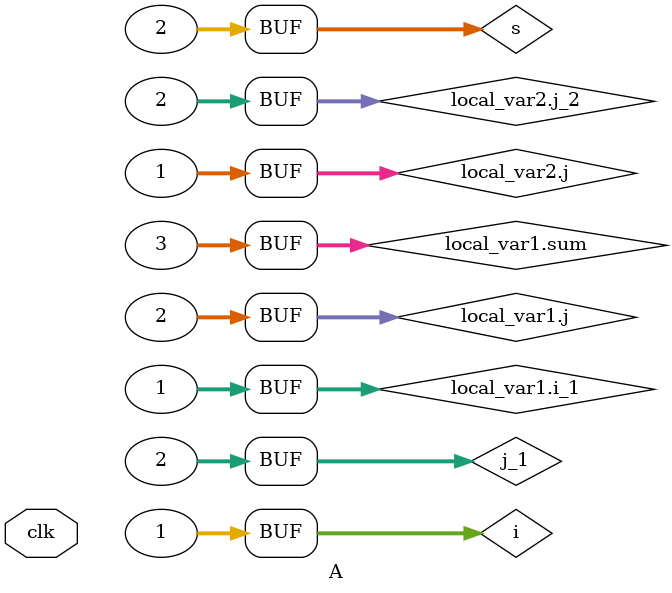
<source format=sv>

module A // "a_mod"
(
    input logic clk
);

// Variables generated for SystemC signals
logic signed [31:0] s;

//------------------------------------------------------------------------------
// Method process: empty_proc1 (test_name_conflict6.cpp:28:5) 

integer i;
assign i = 1;
assign s = i + 1;

//------------------------------------------------------------------------------
// Method process: local_var1 (test_name_conflict6.cpp:33:5) 

always_comb 
begin : local_var1     // test_name_conflict6.cpp:33:5
    integer i_1;
    integer j;
    integer sum;
    i_1 = 1;
    j = 2;
    sum = i_1 + j;
end

//------------------------------------------------------------------------------
// Method process: empty_proc2 (test_name_conflict6.cpp:41:5) 

integer j_1;
assign j_1 = 2;
assign s = j_1 + 1;

//------------------------------------------------------------------------------
// Method process: local_var2 (test_name_conflict6.cpp:46:5) 

always_comb 
begin : local_var2     // test_name_conflict6.cpp:46:5
    integer j;
    integer j_2;
    j = 1;
    j_2 = 2;
end

endmodule



</source>
